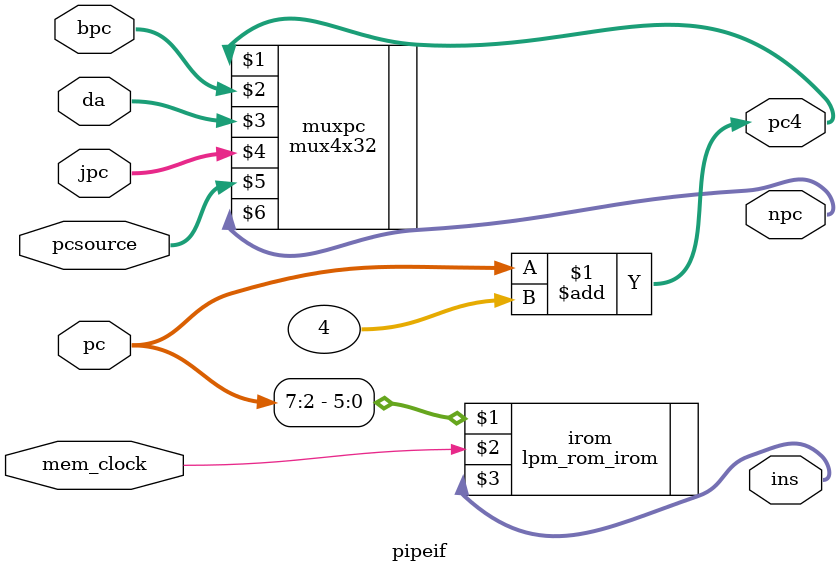
<source format=v>
module 	pipeif(pcsource,pc,bpc,da,jpc,npc,pc4,ins,mem_clock); // IF stage
	
//IF取指令模块，注意其中包含的指令同步ROM存储器的同步信号， 
//即输入给该模块的mem_clock 信号，模块内定义为 rom_clk。// 注意 mem_clock。 
//实验中可采用系统 clock 的反相信号作为mem_clock（亦即 rom_clock）, 
//即留给信号半个节拍的传输时间。 

	input [31:0] 	pc, bpc, da, jpc;
	input [1:0]		pcsource;
	input 			mem_clock;
	output [31:0] 	npc, ins, pc4;
	wire 	[31:0] 	pc4; //输入到pcmux的线

	assign pc4 = pc + 4;

	lpm_rom_irom irom (pc[7:2],mem_clock,ins);

	mux4x32 muxpc(pc4, bpc, da, jpc, pcsource, npc);

endmodule

</source>
